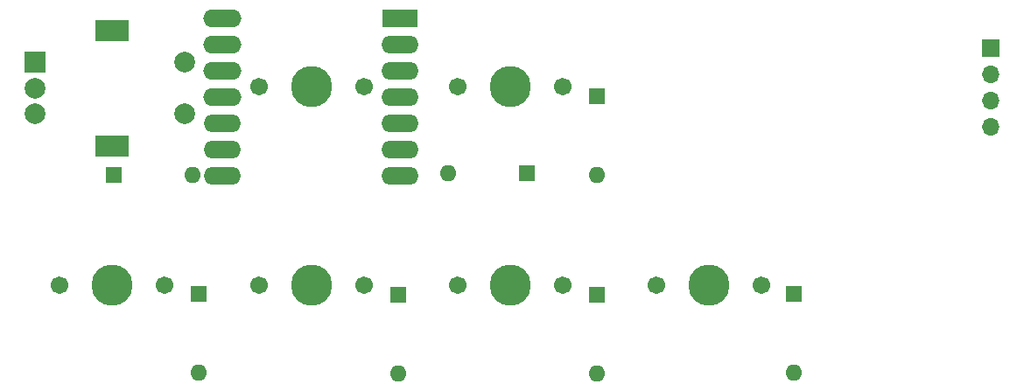
<source format=gbr>
%TF.GenerationSoftware,KiCad,Pcbnew,8.0.6*%
%TF.CreationDate,2024-10-22T23:25:27+01:00*%
%TF.ProjectId,hello22,68656c6c-6f32-4322-9e6b-696361645f70,rev?*%
%TF.SameCoordinates,Original*%
%TF.FileFunction,Soldermask,Top*%
%TF.FilePolarity,Negative*%
%FSLAX46Y46*%
G04 Gerber Fmt 4.6, Leading zero omitted, Abs format (unit mm)*
G04 Created by KiCad (PCBNEW 8.0.6) date 2024-10-22 23:25:27*
%MOMM*%
%LPD*%
G01*
G04 APERTURE LIST*
%ADD10C,1.701800*%
%ADD11C,3.987800*%
%ADD12R,2.000000X2.000000*%
%ADD13C,2.000000*%
%ADD14R,3.200000X2.000000*%
%ADD15R,1.600000X1.600000*%
%ADD16O,1.600000X1.600000*%
%ADD17R,3.500000X1.700000*%
%ADD18O,3.600000X1.700000*%
%ADD19O,3.700000X1.700000*%
%ADD20R,1.700000X1.700000*%
%ADD21O,1.700000X1.700000*%
G04 APERTURE END LIST*
D10*
%TO.C,SW4*%
X100795000Y-105875000D03*
D11*
X105875000Y-105875000D03*
D10*
X110955000Y-105875000D03*
%TD*%
%TO.C,SW6*%
X100795000Y-125125000D03*
D11*
X105875000Y-125125000D03*
D10*
X110955000Y-125125000D03*
%TD*%
D12*
%TO.C,SW5*%
X59875000Y-103550000D03*
D13*
X59875000Y-108550000D03*
X59875000Y-106050000D03*
D14*
X67375000Y-100450000D03*
X67375000Y-111650000D03*
D13*
X74375000Y-108550000D03*
X74375000Y-103550000D03*
%TD*%
D15*
%TO.C,D2*%
X67564000Y-114427000D03*
D16*
X75184000Y-114427000D03*
%TD*%
D10*
%TO.C,SW3*%
X81545000Y-125125000D03*
D11*
X86625000Y-125125000D03*
D10*
X91705000Y-125125000D03*
%TD*%
%TO.C,SW1*%
X62295000Y-125125000D03*
D11*
X67375000Y-125125000D03*
D10*
X72455000Y-125125000D03*
%TD*%
D15*
%TO.C,D6*%
X95046800Y-126034800D03*
D16*
X95046800Y-133654800D03*
%TD*%
D15*
%TO.C,D8*%
X114223800Y-126034800D03*
D16*
X114223800Y-133654800D03*
%TD*%
D15*
%TO.C,D9*%
X133350000Y-125984000D03*
D16*
X133350000Y-133604000D03*
%TD*%
D10*
%TO.C,SW2*%
X81545000Y-105875000D03*
D11*
X86625000Y-105875000D03*
D10*
X91705000Y-105875000D03*
%TD*%
D15*
%TO.C,D7*%
X114274600Y-106807000D03*
D16*
X114274600Y-114427000D03*
%TD*%
D15*
%TO.C,D5*%
X107467400Y-114274600D03*
D16*
X99847400Y-114274600D03*
%TD*%
D10*
%TO.C,SW7*%
X120045000Y-125125000D03*
D11*
X125125000Y-125125000D03*
D10*
X130205000Y-125125000D03*
%TD*%
D15*
%TO.C,D1*%
X75717400Y-125984000D03*
D16*
X75717400Y-133604000D03*
%TD*%
D17*
%TO.C,U1*%
X95234000Y-99263200D03*
D18*
X95234000Y-101803200D03*
X95234000Y-104343200D03*
X95234000Y-106883200D03*
X95234000Y-109423200D03*
X95234000Y-111963200D03*
X95234000Y-114503200D03*
X77984000Y-114503200D03*
X77984000Y-111963200D03*
X77984000Y-109423200D03*
D19*
X77984000Y-106883200D03*
X77984000Y-104343200D03*
X77984000Y-101803200D03*
X77984000Y-99263200D03*
%TD*%
D20*
%TO.C,U2*%
X152365000Y-102180000D03*
D21*
X152365000Y-104720000D03*
X152365000Y-107260000D03*
X152365000Y-109800000D03*
%TD*%
M02*

</source>
